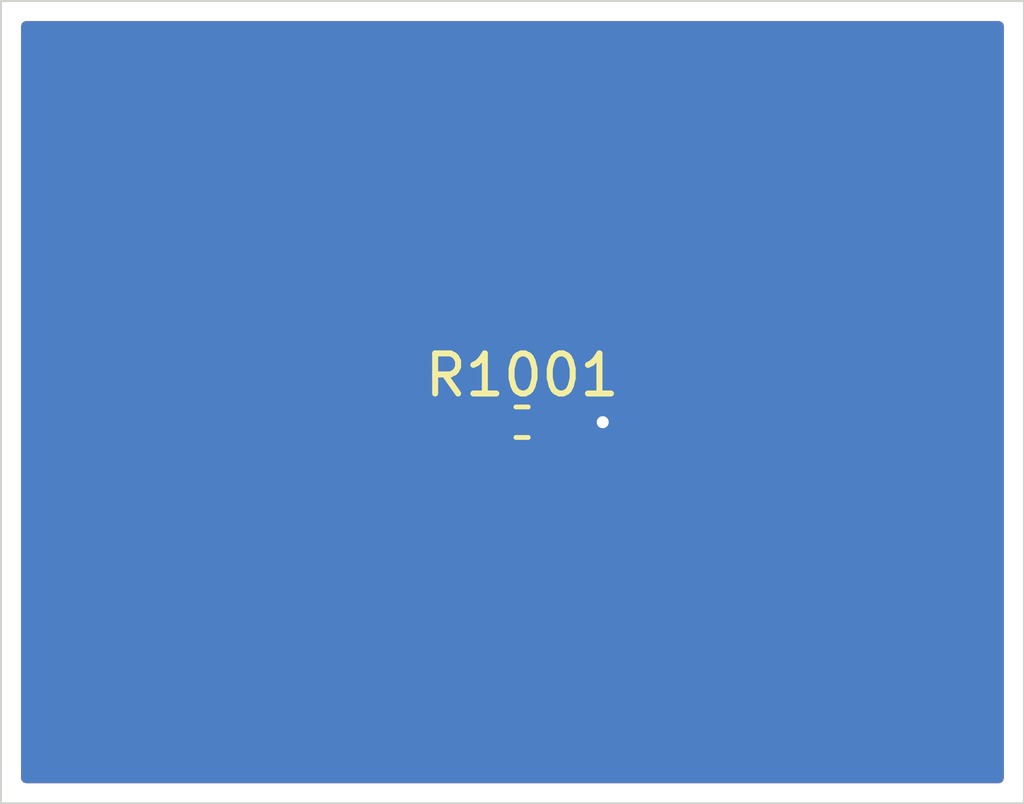
<source format=kicad_pcb>
(kicad_pcb (version 20240108) (generator "pcbnew") (generator_version "8.0")
  (layers (0 "F.Cu" signal) (31 "B.Cu" signal) (34 "B.Paste" user) (35 "F.Paste" user) (36 "B.SilkS" user "B.Silkscreen") (37 "F.SilkS" user "F.Silkscreen") (38 "B.Mask" user) (39 "F.Mask" user) (44 "Edge.Cuts" user))
  (net 0 "")
  (net 1 "GND")
  (net 2 "1.1V")
  (footprint "Resistor_SMD:R_0402_1005Metric" (layer "F.Cu") (at 112.49 75)
    (property "Reference" "R1001" (at 0 -1.17 0) (layer "F.SilkS"))
    (property "Value" "0")
    (fp_line (start -0.153641 -0.38) (end 0.153641 -0.38) (stroke (width 0.12)) (layer "F.SilkS"))
    (fp_line (start -0.153641 0.38) (end 0.153641 0.38) (stroke (width 0.12)) (layer "F.SilkS"))
    (pad "1" smd roundrect (at -0.51 0) (size 0.54 0.64) (layers "F.Cu" "F.Paste" "F.Mask") (net 2 "1.1V"))
    (pad "2" smd roundrect (at 0.51 0) (size 0.54 0.64) (layers "F.Cu" "F.Paste" "F.Mask") (net 1 "GND"))
  )
  (gr_rect (start 99.5 64.5) (end 125 84.5) (stroke (width 0.05)) (fill none) (layer "Edge.Cuts"))
  (segment (start 113 75) (end 114.5 75) (width 0.2) (layer "F.Cu") (net 1))
  (via (at 114.5 75) (size 0.6) (drill 0.3) (layers "F.Cu" "B.Cu") (net 1))
  (zone (net 2) (net_name "1.1V") (layer "F.Cu") (connect_pads (clearance 0.5)) (min_thickness 0.25) (fill yes (thermal_gap 0.5) (thermal_bridge_width 0.5))
    (polygon (pts (xy 99.5 64.5) (xy 125 64.5) (xy 125 84.5) (xy 99.5 84.5)))
  )
  (zone (net 1) (net_name "GND") (layer "B.Cu") (priority 1) (connect_pads (clearance 0.5)) (min_thickness 0.25) (fill yes (thermal_gap 0.5) (thermal_bridge_width 0.5))
    (polygon (pts (xy 99.5 64.5) (xy 125 64.5) (xy 125 84.5) (xy 99.5 84.5)))
  )
)
</source>
